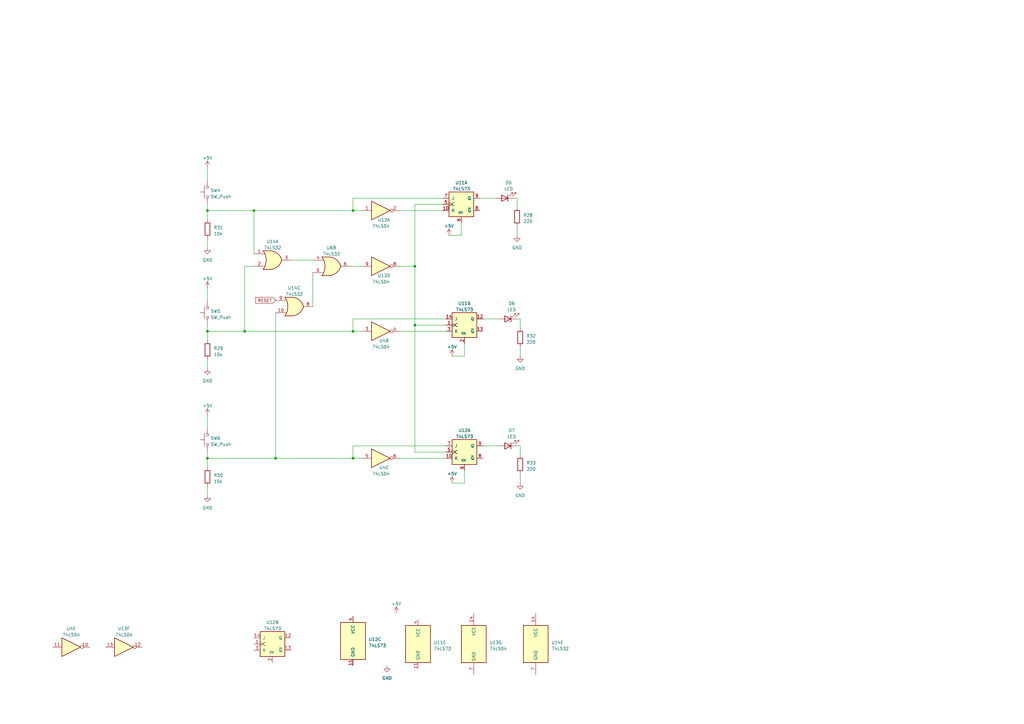
<source format=kicad_sch>
(kicad_sch (version 20230121) (generator eeschema)
  (paper "A3")
  (lib_symbols
    (symbol "74xx:74LS04"
      (property "Reference" "U" (at 0 1.27 0))
      (property "Value" "74LS04" (at 0 -1.27 0))
      (symbol "74LS04_1_0"
        (polyline (pts (xy -3.81 3.81) (xy -3.81 -3.81) (xy 3.81 0) (xy -3.81 3.81)) (stroke (width 0.254)) (fill (type background)))
        (pin input line (at -7.62 0 0) (length 3.81) (name "~") (number "1"))
        (pin output inverted (at 7.62 0 180) (length 3.81) (name "~") (number "2"))
      )
      (symbol "74LS04_2_0"
        (polyline (pts (xy -3.81 3.81) (xy -3.81 -3.81) (xy 3.81 0) (xy -3.81 3.81)) (stroke (width 0.254)) (fill (type background)))
        (pin input line (at -7.62 0 0) (length 3.81) (name "~") (number "3"))
        (pin output inverted (at 7.62 0 180) (length 3.81) (name "~") (number "4"))
      )
      (symbol "74LS04_3_0"
        (polyline (pts (xy -3.81 3.81) (xy -3.81 -3.81) (xy 3.81 0) (xy -3.81 3.81)) (stroke (width 0.254)) (fill (type background)))
        (pin input line (at -7.62 0 0) (length 3.81) (name "~") (number "5"))
        (pin output inverted (at 7.62 0 180) (length 3.81) (name "~") (number "6"))
      )
      (symbol "74LS04_4_0"
        (polyline (pts (xy -3.81 3.81) (xy -3.81 -3.81) (xy 3.81 0) (xy -3.81 3.81)) (stroke (width 0.254)) (fill (type background)))
        (pin output inverted (at 7.62 0 180) (length 3.81) (name "~") (number "8"))
        (pin input line (at -7.62 0 0) (length 3.81) (name "~") (number "9"))
      )
      (symbol "74LS04_5_0"
        (polyline (pts (xy -3.81 3.81) (xy -3.81 -3.81) (xy 3.81 0) (xy -3.81 3.81)) (stroke (width 0.254)) (fill (type background)))
        (pin output inverted (at 7.62 0 180) (length 3.81) (name "~") (number "10"))
        (pin input line (at -7.62 0 0) (length 3.81) (name "~") (number "11"))
      )
      (symbol "74LS04_6_0"
        (polyline (pts (xy -3.81 3.81) (xy -3.81 -3.81) (xy 3.81 0) (xy -3.81 3.81)) (stroke (width 0.254)) (fill (type background)))
        (pin output inverted (at 7.62 0 180) (length 3.81) (name "~") (number "12"))
        (pin input line (at -7.62 0 0) (length 3.81) (name "~") (number "13"))
      )
      (symbol "74LS04_7_0"
        (pin power_in line (at 0 12.7 270) (length 5.08) (name "VCC") (number "14"))
        (pin power_in line (at 0 -12.7 90) (length 5.08) (name "GND") (number "7"))
      )
      (symbol "74LS04_7_1"
        (rectangle (start -5.08 7.62) (end 5.08 -7.62) (stroke (width 0.254)) (fill (type background)))
      )
    )
    (symbol "74xx:74LS32" (pin_names (offset 1.016))
      (property "Reference" "U" (at 0 1.27 0))
      (property "Value" "74LS32" (at 0 -1.27 0))
      (symbol "74LS32_1_1"
        (arc (start -3.81 -3.81) (mid -2.589 0) (end -3.81 3.81) (stroke (width 0.254)))
        (arc (start -0.6096 -3.81) (mid 2.1842 -2.5851) (end 3.81 0) (stroke (width 0.254)) (fill (type background)))
        (polyline (pts (xy -3.81 -3.81) (xy -0.635 -3.81)) (stroke (width 0.254)) (fill (type background)))
        (polyline (pts (xy -3.81 3.81) (xy -0.635 3.81)) (stroke (width 0.254)) (fill (type background)))
        (polyline (pts (xy -0.635 3.81) (xy -3.81 3.81) (xy -3.81 3.81) (xy -3.556 3.4036) (xy -3.0226 2.2606) (xy -2.6924 1.0414) (xy -2.6162 -0.254) (xy -2.7686 -1.4986) (xy -3.175 -2.7178) (xy -3.81 -3.81) (xy -3.81 -3.81) (xy -0.635 -3.81)) (stroke (width -25.4)) (fill (type background)))
        (arc (start 3.81 0) (mid 2.1915 2.5936) (end -0.6096 3.81) (stroke (width 0.254)) (fill (type background)))
        (pin input line (at -7.62 2.54 0) (length 4.318) (name "~") (number "1"))
        (pin input line (at -7.62 -2.54 0) (length 4.318) (name "~") (number "2"))
        (pin output line (at 7.62 0 180) (length 3.81) (name "~") (number "3"))
      )
      (symbol "74LS32_1_2"
        (arc (start 0 -3.81) (mid 3.7934 0) (end 0 3.81) (stroke (width 0.254)) (fill (type background)))
        (polyline (pts (xy 0 3.81) (xy -3.81 3.81) (xy -3.81 -3.81) (xy 0 -3.81)) (stroke (width 0.254)) (fill (type background)))
        (pin input inverted (at -7.62 2.54 0) (length 3.81) (name "~") (number "1"))
        (pin input inverted (at -7.62 -2.54 0) (length 3.81) (name "~") (number "2"))
        (pin output inverted (at 7.62 0 180) (length 3.81) (name "~") (number "3"))
      )
      (symbol "74LS32_2_1"
        (arc (start -3.81 -3.81) (mid -2.589 0) (end -3.81 3.81) (stroke (width 0.254)))
        (arc (start -0.6096 -3.81) (mid 2.1842 -2.5851) (end 3.81 0) (stroke (width 0.254)) (fill (type background)))
        (polyline (pts (xy -3.81 -3.81) (xy -0.635 -3.81)) (stroke (width 0.254)) (fill (type background)))
        (polyline (pts (xy -3.81 3.81) (xy -0.635 3.81)) (stroke (width 0.254)) (fill (type background)))
        (polyline (pts (xy -0.635 3.81) (xy -3.81 3.81) (xy -3.81 3.81) (xy -3.556 3.4036) (xy -3.0226 2.2606) (xy -2.6924 1.0414) (xy -2.6162 -0.254) (xy -2.7686 -1.4986) (xy -3.175 -2.7178) (xy -3.81 -3.81) (xy -3.81 -3.81) (xy -0.635 -3.81)) (stroke (width -25.4)) (fill (type background)))
        (arc (start 3.81 0) (mid 2.1915 2.5936) (end -0.6096 3.81) (stroke (width 0.254)) (fill (type background)))
        (pin input line (at -7.62 2.54 0) (length 4.318) (name "~") (number "4"))
        (pin input line (at -7.62 -2.54 0) (length 4.318) (name "~") (number "5"))
        (pin output line (at 7.62 0 180) (length 3.81) (name "~") (number "6"))
      )
      (symbol "74LS32_2_2"
        (arc (start 0 -3.81) (mid 3.7934 0) (end 0 3.81) (stroke (width 0.254)) (fill (type background)))
        (polyline (pts (xy 0 3.81) (xy -3.81 3.81) (xy -3.81 -3.81) (xy 0 -3.81)) (stroke (width 0.254)) (fill (type background)))
        (pin input inverted (at -7.62 2.54 0) (length 3.81) (name "~") (number "4"))
        (pin input inverted (at -7.62 -2.54 0) (length 3.81) (name "~") (number "5"))
        (pin output inverted (at 7.62 0 180) (length 3.81) (name "~") (number "6"))
      )
      (symbol "74LS32_3_1"
        (arc (start -3.81 -3.81) (mid -2.589 0) (end -3.81 3.81) (stroke (width 0.254)))
        (arc (start -0.6096 -3.81) (mid 2.1842 -2.5851) (end 3.81 0) (stroke (width 0.254)) (fill (type background)))
        (polyline (pts (xy -3.81 -3.81) (xy -0.635 -3.81)) (stroke (width 0.254)) (fill (type background)))
        (polyline (pts (xy -3.81 3.81) (xy -0.635 3.81)) (stroke (width 0.254)) (fill (type background)))
        (polyline (pts (xy -0.635 3.81) (xy -3.81 3.81) (xy -3.81 3.81) (xy -3.556 3.4036) (xy -3.0226 2.2606) (xy -2.6924 1.0414) (xy -2.6162 -0.254) (xy -2.7686 -1.4986) (xy -3.175 -2.7178) (xy -3.81 -3.81) (xy -3.81 -3.81) (xy -0.635 -3.81)) (stroke (width -25.4)) (fill (type background)))
        (arc (start 3.81 0) (mid 2.1915 2.5936) (end -0.6096 3.81) (stroke (width 0.254)) (fill (type background)))
        (pin input line (at -7.62 -2.54 0) (length 4.318) (name "~") (number "10"))
        (pin output line (at 7.62 0 180) (length 3.81) (name "~") (number "8"))
        (pin input line (at -7.62 2.54 0) (length 4.318) (name "~") (number "9"))
      )
      (symbol "74LS32_3_2"
        (arc (start 0 -3.81) (mid 3.7934 0) (end 0 3.81) (stroke (width 0.254)) (fill (type background)))
        (polyline (pts (xy 0 3.81) (xy -3.81 3.81) (xy -3.81 -3.81) (xy 0 -3.81)) (stroke (width 0.254)) (fill (type background)))
        (pin input inverted (at -7.62 -2.54 0) (length 3.81) (name "~") (number "10"))
        (pin output inverted (at 7.62 0 180) (length 3.81) (name "~") (number "8"))
        (pin input inverted (at -7.62 2.54 0) (length 3.81) (name "~") (number "9"))
      )
      (symbol "74LS32_4_1"
        (arc (start -3.81 -3.81) (mid -2.589 0) (end -3.81 3.81) (stroke (width 0.254)))
        (arc (start -0.6096 -3.81) (mid 2.1842 -2.5851) (end 3.81 0) (stroke (width 0.254)) (fill (type background)))
        (polyline (pts (xy -3.81 -3.81) (xy -0.635 -3.81)) (stroke (width 0.254)) (fill (type background)))
        (polyline (pts (xy -3.81 3.81) (xy -0.635 3.81)) (stroke (width 0.254)) (fill (type background)))
        (polyline (pts (xy -0.635 3.81) (xy -3.81 3.81) (xy -3.81 3.81) (xy -3.556 3.4036) (xy -3.0226 2.2606) (xy -2.6924 1.0414) (xy -2.6162 -0.254) (xy -2.7686 -1.4986) (xy -3.175 -2.7178) (xy -3.81 -3.81) (xy -3.81 -3.81) (xy -0.635 -3.81)) (stroke (width -25.4)) (fill (type background)))
        (arc (start 3.81 0) (mid 2.1915 2.5936) (end -0.6096 3.81) (stroke (width 0.254)) (fill (type background)))
        (pin output line (at 7.62 0 180) (length 3.81) (name "~") (number "11"))
        (pin input line (at -7.62 2.54 0) (length 4.318) (name "~") (number "12"))
        (pin input line (at -7.62 -2.54 0) (length 4.318) (name "~") (number "13"))
      )
      (symbol "74LS32_4_2"
        (arc (start 0 -3.81) (mid 3.7934 0) (end 0 3.81) (stroke (width 0.254)) (fill (type background)))
        (polyline (pts (xy 0 3.81) (xy -3.81 3.81) (xy -3.81 -3.81) (xy 0 -3.81)) (stroke (width 0.254)) (fill (type background)))
        (pin output inverted (at 7.62 0 180) (length 3.81) (name "~") (number "11"))
        (pin input inverted (at -7.62 2.54 0) (length 3.81) (name "~") (number "12"))
        (pin input inverted (at -7.62 -2.54 0) (length 3.81) (name "~") (number "13"))
      )
      (symbol "74LS32_5_0"
        (pin power_in line (at 0 12.7 270) (length 5.08) (name "VCC") (number "14"))
        (pin power_in line (at 0 -12.7 90) (length 5.08) (name "GND") (number "7"))
      )
      (symbol "74LS32_5_1"
        (rectangle (start -5.08 7.62) (end 5.08 -7.62) (stroke (width 0.254)) (fill (type background)))
      )
    )
    (symbol "74xx:74LS73" (pin_names (offset 1.016))
      (property "Reference" "U" (at -7.62 8.89 0))
      (property "Value" "74LS73" (at -7.62 -8.89 0))
      (symbol "74LS73_1_0"
        (pin input line (at -7.62 -2.54 0) (length 2.54) (name "K") (number "10"))
        (pin input clock (at -7.62 0 0) (length 2.54) (name "C") (number "5"))
        (pin input line (at 0 -7.62 90) (length 2.54) (name "~{R}") (number "6"))
        (pin input line (at -7.62 2.54 0) (length 2.54) (name "J") (number "7"))
        (pin output line (at 7.62 -2.54 180) (length 2.54) (name "~{Q}") (number "8"))
        (pin output line (at 7.62 2.54 180) (length 2.54) (name "Q") (number "9"))
      )
      (symbol "74LS73_1_1"
        (rectangle (start -5.08 5.08) (end 5.08 -5.08) (stroke (width 0.254)) (fill (type background)))
      )
      (symbol "74LS73_2_0"
        (pin input clock (at -7.62 0 0) (length 2.54) (name "C") (number "1"))
        (pin output line (at 7.62 2.54 180) (length 2.54) (name "Q") (number "12"))
        (pin output line (at 7.62 -2.54 180) (length 2.54) (name "~{Q}") (number "13"))
        (pin input line (at -7.62 2.54 0) (length 2.54) (name "J") (number "14"))
        (pin input line (at 0 -7.62 90) (length 2.54) (name "~{R}") (number "2"))
        (pin input line (at -7.62 -2.54 0) (length 2.54) (name "K") (number "3"))
      )
      (symbol "74LS73_2_1"
        (rectangle (start -5.08 5.08) (end 5.08 -5.08) (stroke (width 0.254)) (fill (type background)))
      )
      (symbol "74LS73_3_0"
        (pin power_in line (at 0 -10.16 90) (length 2.54) (name "GND") (number "11"))
        (pin power_in line (at 0 10.16 270) (length 2.54) (name "VCC") (number "4"))
      )
      (symbol "74LS73_3_1"
        (rectangle (start -5.08 7.62) (end 5.08 -7.62) (stroke (width 0.254)) (fill (type background)))
      )
    )
    (symbol "Device:LED" (pin_numbers hide) (pin_names (offset 1.016) hide)
      (property "Reference" "D" (at 0 2.54 0))
      (property "Value" "LED" (at 0 -2.54 0))
      (symbol "LED_0_1"
        (polyline (pts (xy -1.27 -1.27) (xy -1.27 1.27)) (stroke (width 0.254)))
        (polyline (pts (xy -1.27 0) (xy 1.27 0)))
        (polyline (pts (xy 1.27 -1.27) (xy 1.27 1.27) (xy -1.27 0) (xy 1.27 -1.27)) (stroke (width 0.254)))
        (polyline (pts (xy -3.048 -0.762) (xy -4.572 -2.286) (xy -3.81 -2.286) (xy -4.572 -2.286) (xy -4.572 -1.524)))
        (polyline (pts (xy -1.778 -0.762) (xy -3.302 -2.286) (xy -2.54 -2.286) (xy -3.302 -2.286) (xy -3.302 -1.524)))
      )
      (symbol "LED_1_1"
        (pin passive line (at -3.81 0 0) (length 2.54) (name "K") (number "1"))
        (pin passive line (at 3.81 0 180) (length 2.54) (name "A") (number "2"))
      )
    )
    (symbol "Device:R" (pin_numbers hide) (pin_names (offset 0))
      (property "Reference" "R" (at 2.032 0 90))
      (property "Value" "R" (at 0 0 90))
      (symbol "R_0_1"
        (rectangle (start -1.016 -2.54) (end 1.016 2.54) (stroke (width 0.254)))
      )
      (symbol "R_1_1"
        (pin passive line (at 0 3.81 270) (length 1.27) (name "~") (number "1"))
        (pin passive line (at 0 -3.81 90) (length 1.27) (name "~") (number "2"))
      )
    )
    (symbol "Switch:SW_Push" (pin_numbers hide) (pin_names (offset 1.016) hide)
      (property "Reference" "SW" (at 1.27 2.54 0))
      (property "Value" "SW_Push" (at 0 -1.524 0))
      (symbol "SW_Push_0_1"
        (circle (center -2.032 0) (radius 0.508))
        (polyline (pts (xy 0 1.27) (xy 0 3.048)))
        (polyline (pts (xy 2.54 1.27) (xy -2.54 1.27)))
        (circle (center 2.032 0) (radius 0.508))
        (pin passive line (at -5.08 0 0) (length 2.54) (name "1") (number "1"))
        (pin passive line (at 5.08 0 180) (length 2.54) (name "2") (number "2"))
      )
    )
    (symbol "power:+5V" (power) (pin_names (offset 0))
      (property "Value" "+5V" (at 0 3.556 0))
      (symbol "+5V_0_1"
        (polyline (pts (xy -0.762 1.27) (xy 0 2.54)))
        (polyline (pts (xy 0 0) (xy 0 2.54)))
        (polyline (pts (xy 0 2.54) (xy 0.762 1.27)))
      )
      (symbol "+5V_1_1"
        (pin power_in line (at 0 0 90) (length 0) hide (name "+5V") (number "1"))
      )
    )
    (symbol "power:GND" (power) (pin_names (offset 0))
      (property "Value" "GND" (at 0 -3.81 0))
      (symbol "GND_0_1"
        (polyline (pts (xy 0 0) (xy 0 -1.27) (xy 1.27 -1.27) (xy 0 -2.54) (xy -1.27 -1.27) (xy 0 -1.27)))
      )
      (symbol "GND_1_1"
        (pin power_in line (at 0 0 270) (length 0) hide (name "GND") (number "1"))
      )
    )
  )
  (junction (at 144.78 135.89))
  (junction (at 170.18 133.35))
  (junction (at 85.09 187.96))
  (junction (at 104.14 86.36))
  (junction (at 85.09 135.89))
  (junction (at 85.09 86.36))
  (junction (at 170.18 109.22))
  (junction (at 144.78 187.96))
  (junction (at 100.33 135.89))
  (junction (at 144.78 86.36))
  (junction (at 113.03 187.96))
  (wire (pts (xy 170.18 133.35) (xy 170.18 185.42)))
  (wire (pts (xy 163.83 187.96) (xy 182.88 187.96)))
  (wire (pts (xy 213.36 182.88) (xy 213.36 186.69)))
  (wire (pts (xy 104.14 86.36) (xy 104.14 104.14)))
  (wire (pts (xy 182.88 182.88) (xy 144.78 182.88)))
  (wire (pts (xy 85.09 185.42) (xy 85.09 187.96)))
  (wire (pts (xy 213.36 142.24) (xy 213.36 146.05)))
  (wire (pts (xy 85.09 133.35) (xy 85.09 135.89)))
  (wire (pts (xy 85.09 118.11) (xy 85.09 123.19)))
  (wire (pts (xy 204.47 182.88) (xy 198.12 182.88)))
  (wire (pts (xy 85.09 83.82) (xy 85.09 86.36)))
  (wire (pts (xy 144.78 86.36) (xy 148.59 86.36)))
  (wire (pts (xy 85.09 68.58) (xy 85.09 73.66)))
  (wire (pts (xy 143.51 109.22) (xy 148.59 109.22)))
  (wire (pts (xy 212.09 130.81) (xy 213.36 130.81)))
  (wire (pts (xy 163.83 86.36) (xy 181.61 86.36)))
  (wire (pts (xy 190.5 146.05) (xy 185.42 146.05)))
  (wire (pts (xy 182.88 133.35) (xy 170.18 133.35)))
  (wire (pts (xy 85.09 170.18) (xy 85.09 175.26)))
  (wire (pts (xy 189.23 96.52) (xy 184.15 96.52)))
  (wire (pts (xy 212.09 182.88) (xy 213.36 182.88)))
  (wire (pts (xy 100.33 135.89) (xy 100.33 109.22)))
  (wire (pts (xy 104.14 86.36) (xy 144.78 86.36)))
  (wire (pts (xy 204.47 130.81) (xy 198.12 130.81)))
  (wire (pts (xy 144.78 187.96) (xy 148.59 187.96)))
  (wire (pts (xy 113.03 187.96) (xy 144.78 187.96)))
  (wire (pts (xy 182.88 185.42) (xy 170.18 185.42)))
  (wire (pts (xy 85.09 199.39) (xy 85.09 203.2)))
  (wire (pts (xy 85.09 135.89) (xy 100.33 135.89)))
  (wire (pts (xy 170.18 133.35) (xy 170.18 109.22)))
  (wire (pts (xy 203.2 81.28) (xy 196.85 81.28)))
  (wire (pts (xy 212.09 81.28) (xy 212.09 85.09)))
  (wire (pts (xy 210.82 81.28) (xy 212.09 81.28)))
  (wire (pts (xy 119.38 106.68) (xy 128.27 106.68)))
  (wire (pts (xy 190.5 193.04) (xy 190.5 198.12)))
  (wire (pts (xy 144.78 135.89) (xy 148.59 135.89)))
  (wire (pts (xy 163.83 109.22) (xy 170.18 109.22)))
  (wire (pts (xy 85.09 86.36) (xy 104.14 86.36)))
  (wire (pts (xy 182.88 130.81) (xy 144.78 130.81)))
  (wire (pts (xy 113.03 128.27) (xy 113.03 187.96)))
  (wire (pts (xy 85.09 187.96) (xy 113.03 187.96)))
  (wire (pts (xy 213.36 130.81) (xy 213.36 134.62)))
  (wire (pts (xy 181.61 81.28) (xy 144.78 81.28)))
  (wire (pts (xy 189.23 91.44) (xy 189.23 96.52)))
  (wire (pts (xy 85.09 147.32) (xy 85.09 151.13)))
  (wire (pts (xy 170.18 109.22) (xy 170.18 83.82)))
  (wire (pts (xy 100.33 109.22) (xy 104.14 109.22)))
  (wire (pts (xy 190.5 140.97) (xy 190.5 146.05)))
  (wire (pts (xy 144.78 130.81) (xy 144.78 135.89)))
  (wire (pts (xy 163.83 135.89) (xy 182.88 135.89)))
  (wire (pts (xy 213.36 194.31) (xy 213.36 198.12)))
  (wire (pts (xy 128.27 111.76) (xy 128.27 125.73)))
  (wire (pts (xy 85.09 187.96) (xy 85.09 191.77)))
  (wire (pts (xy 85.09 97.79) (xy 85.09 101.6)))
  (wire (pts (xy 170.18 83.82) (xy 181.61 83.82)))
  (wire (pts (xy 85.09 135.89) (xy 85.09 139.7)))
  (wire (pts (xy 100.33 135.89) (xy 144.78 135.89)))
  (wire (pts (xy 190.5 198.12) (xy 185.42 198.12)))
  (wire (pts (xy 144.78 182.88) (xy 144.78 187.96)))
  (wire (pts (xy 144.78 81.28) (xy 144.78 86.36)))
  (wire (pts (xy 212.09 92.71) (xy 212.09 96.52)))
  (wire (pts (xy 85.09 86.36) (xy 85.09 90.17)))
  (global_label "RESET" (shape input) (at 113.03 123.19 180) (property "Intersheetrefs" "${INTERSHEET_REFS}" (effects hide)))
  (symbol (lib_id "74xx:74LS73") (at 111.76 264.16 0) (unit 2)
    (property "Reference" "U12" (at 111.76 255.27 0))
    (property "Value" "74LS73" (at 111.76 257.81 0))
    (property "Datasheet" "http://www.ti.com/lit/gpn/sn74LS73" (effects hide))
  )
  (symbol (lib_id "74xx:74LS04") (at 156.21 109.22 0) (unit 4)
    (property "Reference" "U13" (at 157.48 113.03 0))
    (property "Value" "74LS04" (at 156.21 115.57 0))
    (property "Datasheet" "http://www.ti.com/lit/gpn/sn74LS04" (effects hide))
  )
  (symbol (lib_id "74xx:74LS73") (at 190.5 133.35 0) (unit 2)
    (property "Reference" "U11" (at 190.5 124.46 0))
    (property "Value" "74LS73" (at 190.5 127 0))
    (property "Datasheet" "http://www.ti.com/lit/gpn/sn74LS73" (effects hide))
  )
  (symbol (lib_id "74xx:74LS73") (at 144.78 262.89 0) (unit 3)
    (property "Reference" "U12" (at 151.13 262.255 0) (effects (justify left)))
    (property "Value" "74LS73" (at 151.13 264.795 0) (effects (justify left)))
    (property "Datasheet" "http://www.ti.com/lit/gpn/sn74LS73" (effects hide))
  )
  (symbol (lib_id "74xx:74LS04") (at 156.21 86.36 0) (unit 1)
    (property "Reference" "U13" (at 157.48 90.17 0))
    (property "Value" "74LS04" (at 156.21 92.71 0))
    (property "Datasheet" "http://www.ti.com/lit/gpn/sn74LS04" (effects hide))
  )
  (symbol (lib_id "Device:R") (at 213.36 190.5 0) (unit 1)
    (property "Reference" "R33" (at 215.9 189.865 0) (effects (justify left)))
    (property "Value" "220" (at 215.9 192.405 0) (effects (justify left)))
  )
  (symbol (lib_id "power:GND") (at 212.09 96.52 0) (unit 1)
    (property "Reference" "#PWR029" (effects hide))
    (property "Value" "GND" (at 212.09 101.6 0))
  )
  (symbol (lib_id "power:+5V") (at 85.09 118.11 0) (unit 1)
    (property "Reference" "#PWR024" (effects hide))
    (property "Value" "+5V" (at 85.09 114.3 0))
  )
  (symbol (lib_id "Device:R") (at 212.09 88.9 0) (unit 1)
    (property "Reference" "R28" (at 214.63 88.265 0) (effects (justify left)))
    (property "Value" "220" (at 214.63 90.805 0) (effects (justify left)))
  )
  (symbol (lib_id "power:+5V") (at 85.09 68.58 0) (unit 1)
    (property "Reference" "#PWR023" (effects hide))
    (property "Value" "+5V" (at 85.09 64.77 0))
  )
  (symbol (lib_id "Device:R") (at 85.09 143.51 0) (unit 1)
    (property "Reference" "R29" (at 87.63 142.875 0) (effects (justify left)))
    (property "Value" "10k" (at 87.63 145.415 0) (effects (justify left)))
  )
  (symbol (lib_id "Device:LED") (at 208.28 130.81 180) (unit 1)
    (property "Reference" "D6" (at 209.8675 124.46 0))
    (property "Value" "LED" (at 209.8675 127 0))
  )
  (symbol (lib_id "74xx:74LS32") (at 120.65 125.73 0) (unit 3)
    (property "Reference" "U14" (at 120.65 118.11 0))
    (property "Value" "74LS32" (at 120.65 120.65 0))
    (property "Datasheet" "http://www.ti.com/lit/gpn/sn74LS32" (effects hide))
  )
  (symbol (lib_id "power:+5V") (at 85.09 170.18 0) (unit 1)
    (property "Reference" "#PWR026" (effects hide))
    (property "Value" "+5V" (at 85.09 166.37 0))
  )
  (symbol (lib_id "74xx:74LS32") (at 219.71 264.16 0) (unit 5)
    (property "Reference" "U14" (at 226.06 263.525 0) (effects (justify left)))
    (property "Value" "74LS32" (at 226.06 266.065 0) (effects (justify left)))
    (property "Datasheet" "http://www.ti.com/lit/gpn/sn74LS32" (effects hide))
  )
  (symbol (lib_id "Device:R") (at 213.36 138.43 0) (unit 1)
    (property "Reference" "R32" (at 215.9 137.795 0) (effects (justify left)))
    (property "Value" "220" (at 215.9 140.335 0) (effects (justify left)))
  )
  (symbol (lib_id "74xx:74LS32") (at 135.89 109.22 0) (unit 2)
    (property "Reference" "U6" (at 135.89 101.6 0))
    (property "Value" "74LS32" (at 135.89 104.14 0))
    (property "Datasheet" "http://www.ti.com/lit/gpn/sn74LS32" (effects hide))
  )
  (symbol (lib_id "power:+5V") (at 185.42 198.12 0) (unit 1)
    (property "Reference" "#PWR033" (effects hide))
    (property "Value" "+5V" (at 185.42 194.31 0))
  )
  (symbol (lib_id "power:GND") (at 158.75 273.05 0) (unit 1)
    (property "Reference" "#PWR021" (effects hide))
    (property "Value" "GND" (at 158.75 278.13 0))
  )
  (symbol (lib_id "Device:R") (at 85.09 195.58 0) (unit 1)
    (property "Reference" "R30" (at 87.63 194.945 0) (effects (justify left)))
    (property "Value" "10k" (at 87.63 197.485 0) (effects (justify left)))
  )
  (symbol (lib_id "74xx:74LS73") (at 189.23 83.82 0) (unit 1)
    (property "Reference" "U11" (at 189.23 74.93 0))
    (property "Value" "74LS73" (at 189.23 77.47 0))
    (property "Datasheet" "http://www.ti.com/lit/gpn/sn74LS73" (effects hide))
  )
  (symbol (lib_id "power:+5V") (at 185.42 146.05 0) (unit 1)
    (property "Reference" "#PWR032" (effects hide))
    (property "Value" "+5V" (at 185.42 142.24 0))
  )
  (symbol (lib_id "74xx:74LS73") (at 190.5 185.42 0) (unit 1)
    (property "Reference" "U12" (at 190.5 176.53 0))
    (property "Value" "74LS73" (at 190.5 179.07 0))
    (property "Datasheet" "http://www.ti.com/lit/gpn/sn74LS73" (effects hide))
  )
  (symbol (lib_id "power:GND") (at 85.09 203.2 0) (unit 1)
    (property "Reference" "#PWR027" (effects hide))
    (property "Value" "GND" (at 85.09 208.28 0))
  )
  (symbol (lib_id "power:GND") (at 213.36 146.05 0) (unit 1)
    (property "Reference" "#PWR030" (effects hide))
    (property "Value" "GND" (at 213.36 151.13 0))
  )
  (symbol (lib_id "power:GND") (at 85.09 151.13 0) (unit 1)
    (property "Reference" "#PWR025" (effects hide))
    (property "Value" "GND" (at 85.09 156.21 0))
  )
  (symbol (lib_id "74xx:74LS04") (at 156.21 187.96 0) (unit 3)
    (property "Reference" "U4" (at 157.48 191.77 0))
    (property "Value" "74LS04" (at 156.21 194.31 0))
    (property "Datasheet" "http://www.ti.com/lit/gpn/sn74LS04" (effects hide))
  )
  (symbol (lib_id "Switch:SW_Push") (at 85.09 180.34 90) (unit 1)
    (property "Reference" "SW6" (at 86.36 179.705 90) (effects (justify right)))
    (property "Value" "SW_Push" (at 86.36 182.245 90) (effects (justify right)))
  )
  (symbol (lib_id "74xx:74LS04") (at 156.21 135.89 0) (unit 2)
    (property "Reference" "U4" (at 157.48 139.7 0))
    (property "Value" "74LS04" (at 156.21 142.24 0))
    (property "Datasheet" "http://www.ti.com/lit/gpn/sn74LS04" (effects hide))
  )
  (symbol (lib_id "74xx:74LS73") (at 171.45 264.16 0) (unit 3)
    (property "Reference" "U11" (at 177.8 263.525 0) (effects (justify left)))
    (property "Value" "74LS73" (at 177.8 266.065 0) (effects (justify left)))
    (property "Datasheet" "http://www.ti.com/lit/gpn/sn74LS73" (effects hide))
  )
  (symbol (lib_id "power:+5V") (at 184.15 96.52 0) (unit 1)
    (property "Reference" "#PWR028" (effects hide))
    (property "Value" "+5V" (at 184.15 92.71 0))
  )
  (symbol (lib_id "power:GND") (at 85.09 101.6 0) (unit 1)
    (property "Reference" "#PWR022" (effects hide))
    (property "Value" "GND" (at 85.09 106.68 0))
  )
  (symbol (lib_id "Switch:SW_Push") (at 85.09 128.27 90) (unit 1)
    (property "Reference" "SW5" (at 86.36 127.635 90) (effects (justify right)))
    (property "Value" "SW_Push" (at 86.36 130.175 90) (effects (justify right)))
  )
  (symbol (lib_id "74xx:74LS32") (at 111.76 106.68 0) (unit 1)
    (property "Reference" "U14" (at 111.76 99.06 0))
    (property "Value" "74LS32" (at 111.76 101.6 0))
    (property "Datasheet" "http://www.ti.com/lit/gpn/sn74LS32" (effects hide))
  )
  (symbol (lib_id "74xx:74LS04") (at 50.8 265.43 0) (unit 6)
    (property "Reference" "U13" (at 50.8 257.81 0))
    (property "Value" "74LS04" (at 50.8 260.35 0))
    (property "Datasheet" "http://www.ti.com/lit/gpn/sn74LS04" (effects hide))
  )
  (symbol (lib_id "Switch:SW_Push") (at 85.09 78.74 90) (unit 1)
    (property "Reference" "SW4" (at 86.36 78.105 90) (effects (justify right)))
    (property "Value" "SW_Push" (at 86.36 80.645 90) (effects (justify right)))
  )
  (symbol (lib_id "power:GND") (at 213.36 198.12 0) (unit 1)
    (property "Reference" "#PWR031" (effects hide))
    (property "Value" "GND" (at 213.36 203.2 0))
  )
  (symbol (lib_id "74xx:74LS04") (at 194.31 264.16 0) (unit 7)
    (property "Reference" "U13" (at 200.66 263.525 0) (effects (justify left)))
    (property "Value" "74LS04" (at 200.66 266.065 0) (effects (justify left)))
    (property "Datasheet" "http://www.ti.com/lit/gpn/sn74LS04" (effects hide))
  )
  (symbol (lib_id "Device:LED") (at 207.01 81.28 180) (unit 1)
    (property "Reference" "D5" (at 208.5975 74.93 0))
    (property "Value" "LED" (at 208.5975 77.47 0))
  )
  (symbol (lib_id "power:+5V") (at 162.56 251.46 0) (unit 1)
    (property "Reference" "#PWR020" (effects hide))
    (property "Value" "+5V" (at 162.56 247.65 0))
  )
  (symbol (lib_id "74xx:74LS04") (at 29.21 265.43 0) (unit 5)
    (property "Reference" "U4" (at 29.21 257.81 0))
    (property "Value" "74LS04" (at 29.21 260.35 0))
    (property "Datasheet" "http://www.ti.com/lit/gpn/sn74LS04" (effects hide))
  )
  (symbol (lib_id "Device:R") (at 85.09 93.98 0) (unit 1)
    (property "Reference" "R31" (at 87.63 93.345 0) (effects (justify left)))
    (property "Value" "10k" (at 87.63 95.885 0) (effects (justify left)))
  )
  (symbol (lib_id "Device:LED") (at 208.28 182.88 180) (unit 1)
    (property "Reference" "D7" (at 209.8675 176.53 0))
    (property "Value" "LED" (at 209.8675 179.07 0))
  )
)
</source>
